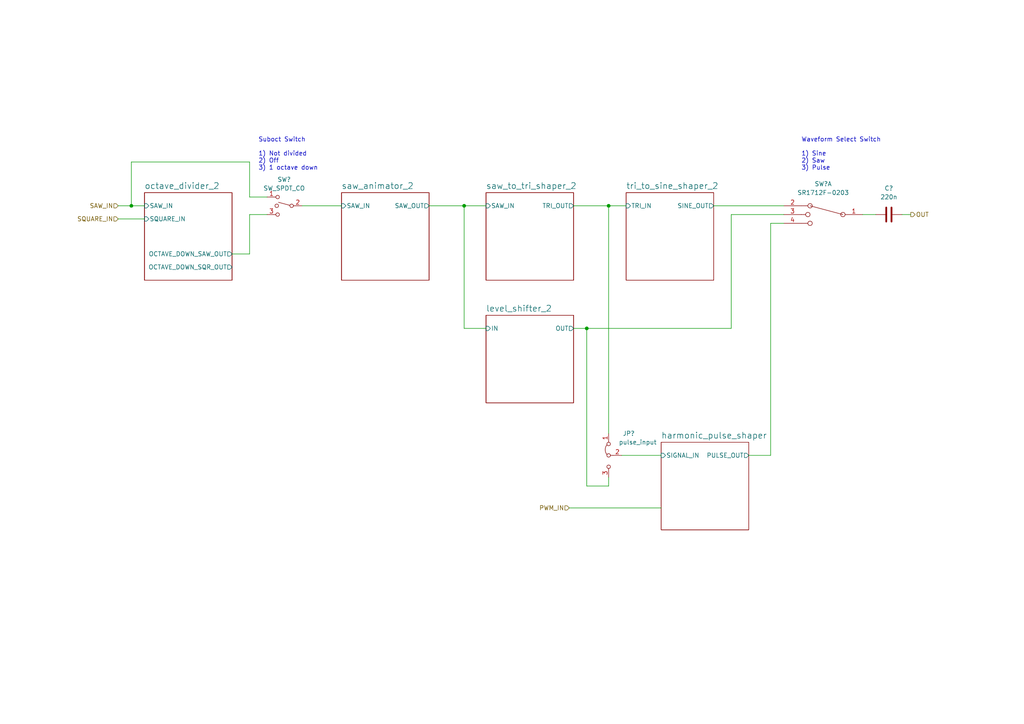
<source format=kicad_sch>
(kicad_sch (version 20211123) (generator eeschema)
  (paper "A4")
  (title_block (title "Josh Ox Ribon Synth Main VCO board") (date "2022-06-18") (rev "0") (comment 2 "creativecommons.org/licences/by/4.0") (comment 3 "license: CC by 4.0") (comment 4 "Author: Jordan Acete"))
  (lib_symbols
    (symbol "Device:C" (pin_numbers hide) (pin_names (offset 0.254))
      (property "Reference" "C" (at 0.635 2.54 0))
      (property "Value" "C" (at 0.635 -2.54 0))
      (symbol "C_0_1"
        (polyline (pts (xy -2.032 -0.762) (xy 2.032 -0.762)) (stroke (width 0.508)))
        (polyline (pts (xy -2.032 0.762) (xy 2.032 0.762)) (stroke (width 0.508)))
      )
      (symbol "C_1_1"
        (pin passive line (at 0 3.81 270) (length 2.794) (name "~") (number "1"))
        (pin passive line (at 0 -3.81 90) (length 2.794) (name "~") (number "2"))
      )
    )
    (symbol "Jumper:Jumper_3_Bridged12" (pin_names (offset 0) hide)
      (property "Reference" "JP" (at -2.54 -2.54 0))
      (property "Value" "Jumper_3_Bridged12" (at 0 2.794 0))
      (symbol "Jumper_3_Bridged12_0_0"
        (circle (center -3.302 0) (radius 0.508))
        (circle (center 0 0) (radius 0.508))
        (circle (center 3.302 0) (radius 0.508))
      )
      (symbol "Jumper_3_Bridged12_0_1"
        (arc (start -0.254 0.508) (mid -1.651 0.9912) (end -3.048 0.508))
        (polyline (pts (xy 0 -1.27) (xy 0 -0.508)))
      )
      (symbol "Jumper_3_Bridged12_1_1"
        (pin passive line (at -6.35 0 0) (length 2.54) (name "A") (number "1"))
        (pin passive line (at 0 -3.81 90) (length 2.54) (name "C") (number "2"))
        (pin passive line (at 6.35 0 180) (length 2.54) (name "B") (number "3"))
      )
    )
    (symbol "Switch:SW_SPDT_MSM" (pin_names (offset 0) hide)
      (property "Reference" "SW" (at 0 5.08 0))
      (property "Value" "SW_SPDT_MSM" (at 0 -5.08 0))
      (symbol "SW_SPDT_MSM_0_0"
        (circle (center -2.032 0) (radius 0.508))
        (polyline (pts (xy -1.524 0.127) (xy 1.778 1.016)))
        (circle (center 2.032 -2.54) (radius 0.508))
      )
      (symbol "SW_SPDT_MSM_0_1"
        (circle (center 2.032 2.54) (radius 0.508))
        (circle (center 2.286 0) (radius 0.508))
      )
      (symbol "SW_SPDT_MSM_1_1"
        (pin passive line (at 5.08 2.54 180) (length 2.54) (name "1") (number "1"))
        (pin passive line (at -5.08 0 0) (length 2.54) (name "2") (number "2"))
        (pin passive line (at 5.08 -2.54 180) (length 2.54) (name "3") (number "3"))
      )
    )
    (symbol "custom_symbols:SR1712F-0203" (pin_names (offset 1.016) hide)
      (property "Reference" "SW?" (at -1.27 8.89 0))
      (property "Value" "SR1712F-0203" (at -1.27 6.35 0))
      (symbol "SR1712F-0203_0_0"
        (circle (center -4.445 0) (radius 0.635))
        (polyline (pts (xy -4.445 0) (xy 5.08 2.54)))
        (polyline (pts (xy 5.715 -2.54) (xy 7.62 -2.54)))
        (polyline (pts (xy 5.715 2.54) (xy 7.62 2.54)))
        (polyline (pts (xy 6.35 0) (xy 7.62 0)))
        (circle (center 5.08 -2.54) (radius 0.635))
        (circle (center 5.08 2.54) (radius 0.635))
        (circle (center 5.715 0) (radius 0.635))
      )
      (symbol "SR1712F-0203_1_1"
        (pin passive line (at -10.16 0 0) (length 5.08) (name "1") (number "1"))
        (pin passive line (at 12.7 2.54 180) (length 5.08) (name "2") (number "2"))
        (pin passive line (at 12.7 0 180) (length 5.08) (name "3") (number "3"))
        (pin passive line (at 12.7 -2.54 180) (length 5.08) (name "4") (number "4"))
      )
      (symbol "SR1712F-0203_2_1"
        (pin passive line (at -10.16 0 0) (length 5.08) (name "10") (number "10"))
        (pin passive line (at 12.7 2.54 180) (length 5.08) (name "6") (number "6"))
        (pin passive line (at 12.7 0 180) (length 5.08) (name "7") (number "7"))
        (pin passive line (at 12.7 -2.54 180) (length 5.08) (name "8") (number "8"))
      )
    )
  )
  (junction (at 134.62 59.69))
  (junction (at 170.18 95.25))
  (junction (at 176.53 59.69))
  (junction (at 38.1 59.69))
  (wire (pts (xy 67.31 73.66) (xy 72.39 73.66)))
  (wire (pts (xy 166.37 59.69) (xy 176.53 59.69)))
  (wire (pts (xy 34.29 59.69) (xy 38.1 59.69)))
  (wire (pts (xy 72.39 57.15) (xy 77.47 57.15)))
  (wire (pts (xy 212.09 62.23) (xy 227.33 62.23)))
  (wire (pts (xy 38.1 46.99) (xy 72.39 46.99)))
  (wire (pts (xy 166.37 95.25) (xy 170.18 95.25)))
  (wire (pts (xy 87.63 59.69) (xy 99.06 59.69)))
  (wire (pts (xy 212.09 95.25) (xy 212.09 62.23)))
  (wire (pts (xy 170.18 95.25) (xy 212.09 95.25)))
  (wire (pts (xy 176.53 140.97) (xy 170.18 140.97)))
  (wire (pts (xy 165.1 147.32) (xy 191.77 147.32)))
  (wire (pts (xy 176.53 59.69) (xy 176.53 125.73)))
  (wire (pts (xy 38.1 59.69) (xy 41.91 59.69)))
  (wire (pts (xy 134.62 59.69) (xy 140.97 59.69)))
  (wire (pts (xy 176.53 59.69) (xy 181.61 59.69)))
  (wire (pts (xy 180.34 132.08) (xy 191.77 132.08)))
  (wire (pts (xy 34.29 63.5) (xy 41.91 63.5)))
  (wire (pts (xy 72.39 46.99) (xy 72.39 57.15)))
  (wire (pts (xy 72.39 73.66) (xy 72.39 62.23)))
  (wire (pts (xy 223.52 64.77) (xy 227.33 64.77)))
  (wire (pts (xy 250.19 62.23) (xy 254 62.23)))
  (wire (pts (xy 207.01 59.69) (xy 227.33 59.69)))
  (wire (pts (xy 140.97 95.25) (xy 134.62 95.25)))
  (wire (pts (xy 134.62 95.25) (xy 134.62 59.69)))
  (wire (pts (xy 124.46 59.69) (xy 134.62 59.69)))
  (wire (pts (xy 170.18 140.97) (xy 170.18 95.25)))
  (wire (pts (xy 38.1 59.69) (xy 38.1 46.99)))
  (wire (pts (xy 72.39 62.23) (xy 77.47 62.23)))
  (wire (pts (xy 223.52 64.77) (xy 223.52 132.08)))
  (wire (pts (xy 176.53 138.43) (xy 176.53 140.97)))
  (wire (pts (xy 261.62 62.23) (xy 264.16 62.23)))
  (wire (pts (xy 217.17 132.08) (xy 223.52 132.08)))
  (text "Suboct Switch\n\n1) Not divided\n2) Off\n3) 1 octave down" (at 74.93 49.53 0) (effects (font (size 1.27 1.27)) (justify left bottom)))
  (text "Waveform Select Switch\n\n1) Sine\n2) Saw\n3) Pulse" (at 232.41 49.53 0) (effects (font (size 1.27 1.27)) (justify left bottom)))
  (hierarchical_label "PWM_IN" (shape input) (at 165.1 147.32 180))
  (hierarchical_label "SAW_IN" (shape input) (at 34.29 59.69 180))
  (hierarchical_label "SQUARE_IN" (shape input) (at 34.29 63.5 180))
  (hierarchical_label "OUT" (shape output) (at 264.16 62.23 0))
  (symbol (lib_id "Device:C") (at 257.81 62.23 90) (unit 1)
    (property "Reference" "C?" (at 257.81 54.61 90))
    (property "Value" "220n" (at 257.81 57.15 90))
  )
  (symbol (lib_id "Switch:SW_SPDT_MSM") (at 82.55 59.69 0) (mirror y) (unit 1)
    (property "Reference" "SW?" (at 82.423 52.07 0))
    (property "Value" "SW_SPDT_CO" (at 82.423 54.61 0))
    (property "Footprint" "custom_footprints:SPDT_mini_toggle" (effects hide))
  )
  (symbol (lib_id "custom_symbols:SR1712F-0203") (at 240.03 62.23 0) (mirror y) (unit 1)
    (property "Reference" "SW?" (at 238.76 53.34 0))
    (property "Value" "SR1712F-0203" (at 238.76 55.88 0))
    (property "Footprint" "custom_footprints:SR1712F_rotary_switch" (effects hide))
  )
  (symbol (lib_id "Jumper:Jumper_3_Bridged12") (at 176.53 132.08 90) (mirror x) (unit 1)
    (property "Reference" "JP?" (at 184.15 125.73 90) (effects (justify left)))
    (property "Value" "pulse_input" (at 190.5 128.27 90) (effects (justify left)))
  )
  (sheet (at 41.91 55.88) (size 25.4 25.4) (stroke (width 0.1524))
    (property "Sheet name" "octave_divider_2" (at 41.91 54.9284 0) (effects (font (size 1.75 1.75)) (justify left bottom)))
    (property "Sheet file" "octave_divider.kicad_sch" (effects hide))
    (pin "SAW_IN" input (at 41.91 59.69 180))
    (pin "OCTAVE_DOWN_SAW_OUT" output (at 67.31 73.66 0))
    (pin "SQUARE_IN" input (at 41.91 63.5 180))
    (pin "OCTAVE_DOWN_SQR_OUT" output (at 67.31 77.47 0))
  )
  (sheet (at 181.61 55.88) (size 25.4 25.4) (stroke (width 0.1524))
    (property "Sheet name" "tri_to_sine_shaper_2" (at 181.61 54.9284 0) (effects (font (size 1.75 1.75)) (justify left bottom)))
    (property "Sheet file" "tri_to_sine_shaper.kicad_sch" (effects hide))
    (pin "TRI_IN" input (at 181.61 59.69 180))
    (pin "SINE_OUT" output (at 207.01 59.69 0))
  )
  (sheet (at 99.06 55.88) (size 25.4 25.4) (stroke (width 0.1524))
    (property "Sheet name" "saw_animator_2" (at 99.06 54.9284 0) (effects (font (size 1.75 1.75)) (justify left bottom)))
    (property "Sheet file" "saw_animator.kicad_sch" (effects hide))
    (pin "SAW_OUT" output (at 124.46 59.69 0))
    (pin "SAW_IN" input (at 99.06 59.69 180))
  )
  (sheet (at 191.77 128.27) (size 25.4 25.4) (stroke (width 0.1524))
    (property "Sheet name" "harmonic_pulse_shaper" (at 191.77 127.3184 0) (effects (font (size 1.75 1.75)) (justify left bottom)))
    (property "Sheet file" "harmonic_pulse_shaper.kicad_sch" (effects hide))
    (pin "PULSE_OUT" output (at 217.17 132.08 0))
    (pin "SIGNAL_IN" input (at 191.77 132.08 180))
  )
  (sheet (at 140.97 91.44) (size 25.4 25.4) (stroke (width 0.1524))
    (property "Sheet name" "level_shifter_2" (at 140.97 90.4884 0) (effects (font (size 1.75 1.75)) (justify left bottom)))
    (property "Sheet file" "level_shifter.kicad_sch" (effects hide))
    (pin "OUT" output (at 166.37 95.25 0))
    (pin "IN" input (at 140.97 95.25 180))
  )
  (sheet (at 140.97 55.88) (size 25.4 25.4) (stroke (width 0.1524))
    (property "Sheet name" "saw_to_tri_shaper_2" (at 140.97 54.9284 0) (effects (font (size 1.75 1.75)) (justify left bottom)))
    (property "Sheet file" "saw_to_tri_shaper.kicad_sch" (effects hide))
    (pin "SAW_IN" input (at 140.97 59.69 180))
    (pin "TRI_OUT" output (at 166.37 59.69 0))
  )
)
</source>
